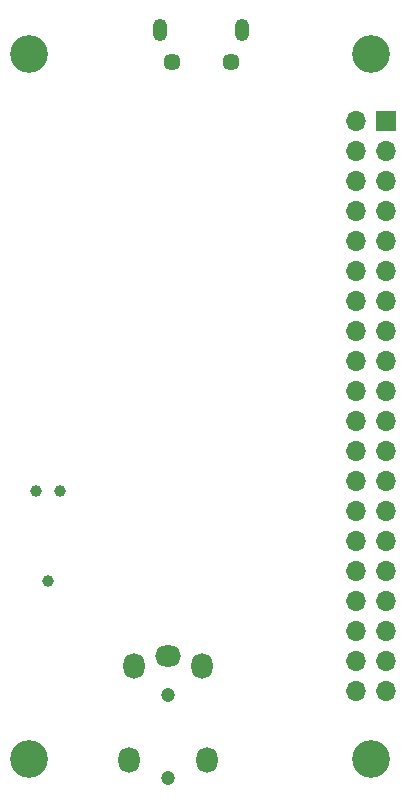
<source format=gbr>
%TF.GenerationSoftware,KiCad,Pcbnew,(6.0.4)*%
%TF.CreationDate,2022-04-15T12:14:50+02:00*%
%TF.ProjectId,rp2040_magslide_controller,72703230-3430-45f6-9d61-67736c696465,rev?*%
%TF.SameCoordinates,Original*%
%TF.FileFunction,Soldermask,Bot*%
%TF.FilePolarity,Negative*%
%FSLAX46Y46*%
G04 Gerber Fmt 4.6, Leading zero omitted, Abs format (unit mm)*
G04 Created by KiCad (PCBNEW (6.0.4)) date 2022-04-15 12:14:50*
%MOMM*%
%LPD*%
G01*
G04 APERTURE LIST*
%ADD10O,1.700000X1.700000*%
%ADD11R,1.700000X1.700000*%
%ADD12O,1.800000X2.200000*%
%ADD13O,2.200000X1.800000*%
%ADD14C,1.200000*%
%ADD15O,1.200000X1.900000*%
%ADD16C,1.450000*%
%ADD17C,3.200000*%
%ADD18C,0.990600*%
G04 APERTURE END LIST*
D10*
%TO.C,J4*%
X192298000Y-135412000D03*
X194838000Y-135412000D03*
X192298000Y-132872000D03*
X194838000Y-132872000D03*
X192298000Y-130332000D03*
X194838000Y-130332000D03*
X192298000Y-127792000D03*
X194838000Y-127792000D03*
X192298000Y-125252000D03*
X194838000Y-125252000D03*
X192298000Y-122712000D03*
X194838000Y-122712000D03*
X192298000Y-120172000D03*
X194838000Y-120172000D03*
X192298000Y-117632000D03*
X194838000Y-117632000D03*
X192298000Y-115092000D03*
X194838000Y-115092000D03*
X192298000Y-112552000D03*
X194838000Y-112552000D03*
X192298000Y-110012000D03*
X194838000Y-110012000D03*
X192298000Y-107472000D03*
X194838000Y-107472000D03*
X192298000Y-104932000D03*
X194838000Y-104932000D03*
X192298000Y-102392000D03*
X194838000Y-102392000D03*
X192298000Y-99852000D03*
X194838000Y-99852000D03*
X192298000Y-97312000D03*
X194838000Y-97312000D03*
X192298000Y-94772000D03*
X194838000Y-94772000D03*
X192298000Y-92232000D03*
X194838000Y-92232000D03*
X192298000Y-89692000D03*
X194838000Y-89692000D03*
X192298000Y-87152000D03*
D11*
X194838000Y-87152000D03*
%TD*%
D12*
%TO.C,J2*%
X179703000Y-141278000D03*
X173103000Y-141278000D03*
X179253000Y-133278000D03*
X173553000Y-133278000D03*
D13*
X176403000Y-132478000D03*
D14*
X176403000Y-135778000D03*
X176403000Y-142778000D03*
%TD*%
D15*
%TO.C,J1*%
X175697000Y-79483700D03*
X182697000Y-79483700D03*
D16*
X181697000Y-82183700D03*
X176697000Y-82183700D03*
%TD*%
D17*
%TO.C,H4*%
X193548000Y-81534000D03*
%TD*%
%TO.C,H1*%
X164592000Y-81534000D03*
%TD*%
%TO.C,H2*%
X193548000Y-141224000D03*
%TD*%
%TO.C,H3*%
X164592000Y-141224000D03*
%TD*%
D18*
%TO.C,J3*%
X166243000Y-126111000D03*
X167259000Y-118491000D03*
X165227000Y-118491000D03*
%TD*%
M02*

</source>
